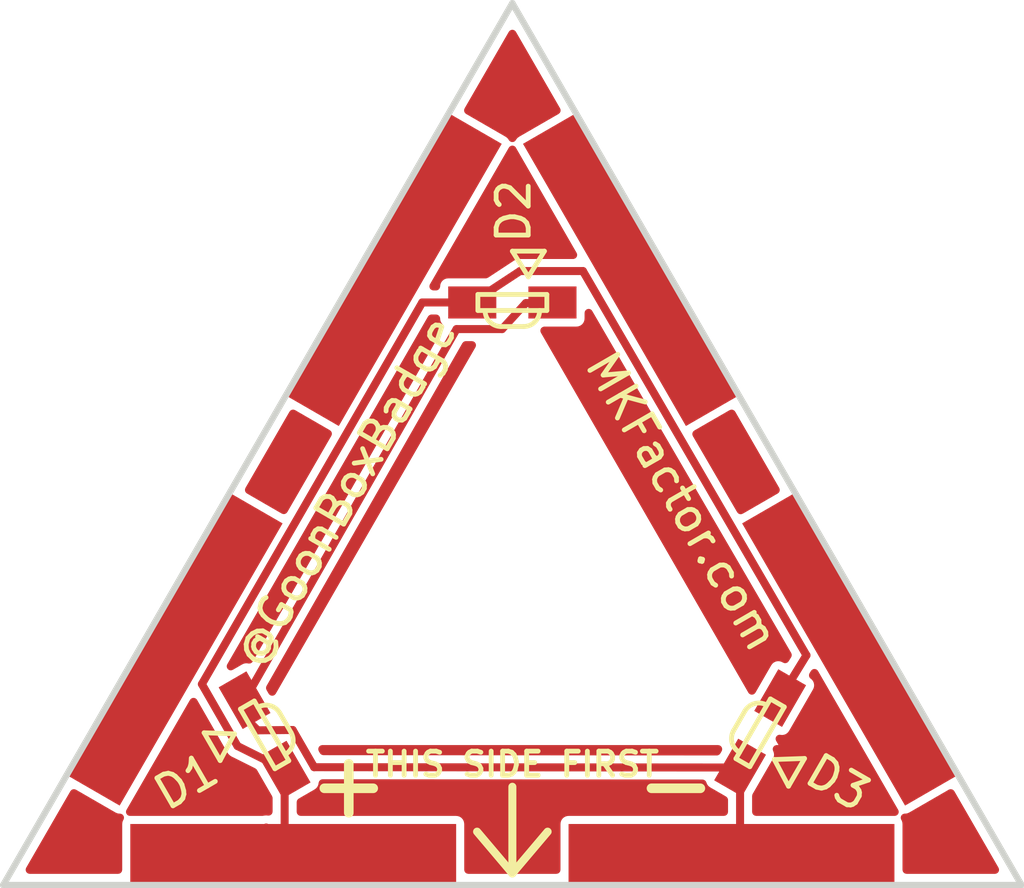
<source format=kicad_pcb>
(kicad_pcb (version 20171130) (host pcbnew "(5.1.2)-1")

  (general
    (thickness 1.6)
    (drawings 7)
    (tracks 27)
    (zones 0)
    (modules 8)
    (nets 3)
  )

  (page A4)
  (layers
    (0 F.Cu signal)
    (31 B.Cu signal)
    (32 B.Adhes user hide)
    (33 F.Adhes user hide)
    (34 B.Paste user hide)
    (35 F.Paste user hide)
    (36 B.SilkS user)
    (37 F.SilkS user)
    (38 B.Mask user hide)
    (39 F.Mask user)
    (40 Dwgs.User user)
    (41 Cmts.User user)
    (42 Eco1.User user)
    (43 Eco2.User user)
    (44 Edge.Cuts user)
    (45 Margin user)
    (46 B.CrtYd user)
    (47 F.CrtYd user)
    (48 B.Fab user)
    (49 F.Fab user)
  )

  (setup
    (last_trace_width 0.25)
    (trace_clearance 0.2)
    (zone_clearance 0.25)
    (zone_45_only no)
    (trace_min 0.2)
    (via_size 0.8)
    (via_drill 0.4)
    (via_min_size 0.4)
    (via_min_drill 0.3)
    (uvia_size 0.3)
    (uvia_drill 0.1)
    (uvias_allowed no)
    (uvia_min_size 0.2)
    (uvia_min_drill 0.1)
    (edge_width 0.05)
    (segment_width 0.2)
    (pcb_text_width 0.3)
    (pcb_text_size 1.5 1.5)
    (mod_edge_width 0.12)
    (mod_text_size 1 1)
    (mod_text_width 0.15)
    (pad_size 1.524 1.524)
    (pad_drill 0.762)
    (pad_to_mask_clearance 0.051)
    (solder_mask_min_width 0.25)
    (aux_axis_origin 0 0)
    (visible_elements 7FFFFFFF)
    (pcbplotparams
      (layerselection 0x010fc_ffffffff)
      (usegerberextensions true)
      (usegerberattributes false)
      (usegerberadvancedattributes false)
      (creategerberjobfile false)
      (excludeedgelayer true)
      (linewidth 0.100000)
      (plotframeref false)
      (viasonmask false)
      (mode 1)
      (useauxorigin false)
      (hpglpennumber 1)
      (hpglpenspeed 20)
      (hpglpendiameter 15.000000)
      (psnegative false)
      (psa4output false)
      (plotreference true)
      (plotvalue true)
      (plotinvisibletext false)
      (padsonsilk false)
      (subtractmaskfromsilk false)
      (outputformat 1)
      (mirror false)
      (drillshape 0)
      (scaleselection 1)
      (outputdirectory ""))
  )

  (net 0 "")
  (net 1 "Net-(BT1-Pad2)")
  (net 2 "Net-(BT1-Pad1)")

  (net_class Default "This is the default net class."
    (clearance 0.2)
    (trace_width 0.25)
    (via_dia 0.8)
    (via_drill 0.4)
    (uvia_dia 0.3)
    (uvia_drill 0.1)
    (add_net "Net-(BT1-Pad1)")
    (add_net "Net-(BT1-Pad2)")
  )

  (module libraries:LTST-S220-LED-RA (layer F.Cu) (tedit 5CFF1574) (tstamp 5CC39150)
    (at 7.725 4.417468 330)
    (path /5CBD307E)
    (fp_text reference D3 (at 2.876378 0.132032 330) (layer F.SilkS)
      (effects (font (size 1 1) (thickness 0.15)))
    )
    (fp_text value LED (at 0.1 -3.3 330) (layer F.Fab)
      (effects (font (size 1 1) (thickness 0.15)))
    )
    (fp_line (start 1.6 1) (end 0.8 0.5) (layer F.SilkS) (width 0.15))
    (fp_line (start 1.6 0) (end 1.6 1) (layer F.SilkS) (width 0.15))
    (fp_line (start 0.8 0.5) (end 1.6 0) (layer F.SilkS) (width 0.15))
    (fp_line (start -0.750624 -0.350001) (end -0.75 0.35) (layer F.SilkS) (width 0.15))
    (fp_arc (start -0.25 -0.35) (end -0.274999 -0.849999) (angle -87.13759477) (layer F.SilkS) (width 0.15))
    (fp_arc (start -0.25 0.35) (end -0.25 0.85) (angle 90) (layer F.SilkS) (width 0.15))
    (fp_line (start -0.25 -1.075) (end 0.25 -1.075) (layer F.SilkS) (width 0.15))
    (fp_line (start -0.25 1.075) (end -0.25 -1.075) (layer F.SilkS) (width 0.15))
    (fp_line (start 0.25 1.075) (end -0.25 1.075) (layer F.SilkS) (width 0.15))
    (fp_line (start 0.25 -1.075) (end 0.25 1.075) (layer F.SilkS) (width 0.15))
    (pad 1 smd rect (at 0 1.25 330) (size 1 1.5) (layers F.Cu F.Paste F.Mask)
      (net 1 "Net-(BT1-Pad2)"))
    (pad 2 smd rect (at 0 -1.25 330) (size 1 1.5) (layers F.Cu F.Paste F.Mask)
      (net 2 "Net-(BT1-Pad1)"))
  )

  (module libraries:LTST-S220-LED-RA (layer F.Cu) (tedit 5CFF1574) (tstamp 5CFF1D24)
    (at 0 -9 90)
    (path /5CBD297B)
    (fp_text reference D2 (at 2.84 0.04 90) (layer F.SilkS)
      (effects (font (size 1 1) (thickness 0.15)))
    )
    (fp_text value LED (at 0.1 -3.3 90) (layer F.Fab)
      (effects (font (size 1 1) (thickness 0.15)))
    )
    (fp_line (start 1.6 1) (end 0.8 0.5) (layer F.SilkS) (width 0.15))
    (fp_line (start 1.6 0) (end 1.6 1) (layer F.SilkS) (width 0.15))
    (fp_line (start 0.8 0.5) (end 1.6 0) (layer F.SilkS) (width 0.15))
    (fp_line (start -0.750624 -0.350001) (end -0.75 0.35) (layer F.SilkS) (width 0.15))
    (fp_arc (start -0.25 -0.35) (end -0.274999 -0.849999) (angle -87.13759477) (layer F.SilkS) (width 0.15))
    (fp_arc (start -0.25 0.35) (end -0.25 0.85) (angle 90) (layer F.SilkS) (width 0.15))
    (fp_line (start -0.25 -1.075) (end 0.25 -1.075) (layer F.SilkS) (width 0.15))
    (fp_line (start -0.25 1.075) (end -0.25 -1.075) (layer F.SilkS) (width 0.15))
    (fp_line (start 0.25 1.075) (end -0.25 1.075) (layer F.SilkS) (width 0.15))
    (fp_line (start 0.25 -1.075) (end 0.25 1.075) (layer F.SilkS) (width 0.15))
    (pad 1 smd rect (at 0 1.25 90) (size 1 1.5) (layers F.Cu F.Paste F.Mask)
      (net 1 "Net-(BT1-Pad2)"))
    (pad 2 smd rect (at 0 -1.25 90) (size 1 1.5) (layers F.Cu F.Paste F.Mask)
      (net 2 "Net-(BT1-Pad1)"))
  )

  (module libraries:LTST-S220-LED-RA (layer F.Cu) (tedit 5CFF1574) (tstamp 5CFF249A)
    (at -7.725 4.482532 210)
    (path /5CBD03EA)
    (fp_text reference D1 (at 2.841166 -0.031044 210) (layer F.SilkS)
      (effects (font (size 1 1) (thickness 0.15)))
    )
    (fp_text value LED (at 0.1 -3.3 210) (layer F.Fab)
      (effects (font (size 1 1) (thickness 0.15)))
    )
    (fp_line (start 1.6 1) (end 0.8 0.5) (layer F.SilkS) (width 0.15))
    (fp_line (start 1.6 0) (end 1.6 1) (layer F.SilkS) (width 0.15))
    (fp_line (start 0.8 0.5) (end 1.6 0) (layer F.SilkS) (width 0.15))
    (fp_line (start -0.750624 -0.350001) (end -0.75 0.35) (layer F.SilkS) (width 0.15))
    (fp_arc (start -0.25 -0.35) (end -0.274999 -0.849999) (angle -87.13759477) (layer F.SilkS) (width 0.15))
    (fp_arc (start -0.25 0.35) (end -0.25 0.85) (angle 90) (layer F.SilkS) (width 0.15))
    (fp_line (start -0.25 -1.075) (end 0.25 -1.075) (layer F.SilkS) (width 0.15))
    (fp_line (start -0.25 1.075) (end -0.25 -1.075) (layer F.SilkS) (width 0.15))
    (fp_line (start 0.25 1.075) (end -0.25 1.075) (layer F.SilkS) (width 0.15))
    (fp_line (start 0.25 -1.075) (end 0.25 1.075) (layer F.SilkS) (width 0.15))
    (pad 1 smd rect (at 0 1.25 210) (size 1 1.5) (layers F.Cu F.Paste F.Mask)
      (net 1 "Net-(BT1-Pad2)"))
    (pad 2 smd rect (at 0 -1.25 210) (size 1 1.5) (layers F.Cu F.Paste F.Mask)
      (net 2 "Net-(BT1-Pad1)"))
  )

  (module FifthElementB2BConnector:BottomOutline (layer F.Cu) (tedit 5CC37C69) (tstamp 5CC391B2)
    (at 0 0)
    (fp_text reference REF** (at 0 0.5) (layer F.SilkS) hide
      (effects (font (size 1 1) (thickness 0.15)))
    )
    (fp_text value BottomOutline (at 0 -0.5) (layer F.Fab)
      (effects (font (size 1 1) (thickness 0.15)))
    )
    (fp_line (start -15.875 9.165435) (end 0 -18.330871) (layer Edge.Cuts) (width 0.2))
    (fp_line (start 15.874999 9.165435) (end -15.875 9.165435) (layer Edge.Cuts) (width 0.2))
    (fp_line (start 0 -18.330871) (end 15.874999 9.165435) (layer Edge.Cuts) (width 0.2))
  )

  (module FifthElementFireSAOTopSoldermask (layer B.Cu) (tedit 0) (tstamp 5CC3A2FB)
    (at 0 -4.6 180)
    (fp_text reference G*** (at 0 0 180) (layer B.SilkS) hide
      (effects (font (size 1.524 1.524) (thickness 0.3)) (justify mirror))
    )
    (fp_text value LOGO (at 0.75 0 180) (layer B.SilkS) hide
      (effects (font (size 1.524 1.524) (thickness 0.3)) (justify mirror))
    )
    (fp_poly (pts (xy 0.004307 13.729538) (xy 0.016926 13.707871) (xy 0.03769 13.672099) (xy 0.066439 13.622496)
      (xy 0.103015 13.55934) (xy 0.147257 13.482907) (xy 0.199006 13.393473) (xy 0.258101 13.291316)
      (xy 0.324384 13.176711) (xy 0.397694 13.049935) (xy 0.477872 12.911264) (xy 0.564758 12.760976)
      (xy 0.658193 12.599345) (xy 0.758017 12.42665) (xy 0.864069 12.243166) (xy 0.976191 12.04917)
      (xy 1.094223 11.844938) (xy 1.218005 11.630747) (xy 1.347377 11.406874) (xy 1.48218 11.173594)
      (xy 1.622253 10.931184) (xy 1.767438 10.679921) (xy 1.917575 10.420081) (xy 2.072504 10.151941)
      (xy 2.232065 9.875777) (xy 2.396098 9.591866) (xy 2.564445 9.300483) (xy 2.736945 9.001907)
      (xy 2.913438 8.696412) (xy 3.093765 8.384276) (xy 3.277766 8.065775) (xy 3.465282 7.741185)
      (xy 3.656152 7.410784) (xy 3.850218 7.074847) (xy 4.047319 6.73365) (xy 4.247295 6.387472)
      (xy 4.449988 6.036587) (xy 4.655237 5.681272) (xy 4.862883 5.321804) (xy 5.072766 4.95846)
      (xy 5.284726 4.591515) (xy 5.498603 4.221247) (xy 5.714239 3.847931) (xy 5.931473 3.471845)
      (xy 6.150146 3.093264) (xy 6.370097 2.712466) (xy 6.591168 2.329726) (xy 6.813198 1.945321)
      (xy 7.036028 1.559528) (xy 7.259498 1.172624) (xy 7.483449 0.784883) (xy 7.70772 0.396584)
      (xy 7.932152 0.008002) (xy 8.156586 -0.380586) (xy 8.380862 -0.768903) (xy 8.60482 -1.156673)
      (xy 8.8283 -1.54362) (xy 9.051143 -1.929467) (xy 9.273188 -2.313937) (xy 9.494277 -2.696755)
      (xy 9.71425 -3.077643) (xy 9.932947 -3.456326) (xy 10.150208 -3.832526) (xy 10.365873 -4.205967)
      (xy 10.579783 -4.576373) (xy 10.791779 -4.943468) (xy 11.0017 -5.306974) (xy 11.209387 -5.666615)
      (xy 11.41468 -6.022115) (xy 11.61742 -6.373198) (xy 11.817446 -6.719586) (xy 12.014599 -7.061004)
      (xy 12.20872 -7.397175) (xy 12.399649 -7.727822) (xy 12.587226 -8.052669) (xy 12.771291 -8.37144)
      (xy 12.951684 -8.683857) (xy 13.128247 -8.989645) (xy 13.300819 -9.288527) (xy 13.469241 -9.580227)
      (xy 13.633352 -9.864468) (xy 13.792994 -10.140973) (xy 13.948006 -10.409466) (xy 14.09823 -10.669671)
      (xy 14.243504 -10.921312) (xy 14.38367 -11.164111) (xy 14.518568 -11.397792) (xy 14.648038 -11.622079)
      (xy 14.771921 -11.836695) (xy 14.890056 -12.041364) (xy 15.002284 -12.235809) (xy 15.108446 -12.419754)
      (xy 15.208382 -12.592922) (xy 15.301931 -12.755038) (xy 15.388935 -12.905823) (xy 15.469234 -13.045003)
      (xy 15.542668 -13.1723) (xy 15.609077 -13.287438) (xy 15.668301 -13.39014) (xy 15.720182 -13.48013)
      (xy 15.764558 -13.557132) (xy 15.801272 -13.620869) (xy 15.830162 -13.671065) (xy 15.851069 -13.707442)
      (xy 15.863834 -13.729726) (xy 15.868297 -13.737638) (xy 15.868299 -13.737643) (xy 15.859972 -13.737926)
      (xy 15.834906 -13.738206) (xy 15.79329 -13.738482) (xy 15.735312 -13.738753) (xy 15.661162 -13.739021)
      (xy 15.571027 -13.739284) (xy 15.465097 -13.739543) (xy 15.34356 -13.739797) (xy 15.206605 -13.740047)
      (xy 15.054421 -13.740292) (xy 14.887197 -13.740533) (xy 14.70512 -13.740769) (xy 14.508381 -13.741)
      (xy 14.297167 -13.741225) (xy 14.071668 -13.741446) (xy 13.832071 -13.741662) (xy 13.578567 -13.741872)
      (xy 13.311342 -13.742077) (xy 13.030587 -13.742276) (xy 12.73649 -13.74247) (xy 12.42924 -13.742659)
      (xy 12.109024 -13.742841) (xy 11.776033 -13.743018) (xy 11.430455 -13.743189) (xy 11.072478 -13.743354)
      (xy 10.702291 -13.743513) (xy 10.320084 -13.743665) (xy 9.926043 -13.743812) (xy 9.52036 -13.743952)
      (xy 9.103221 -13.744085) (xy 8.674816 -13.744213) (xy 8.235333 -13.744333) (xy 7.784962 -13.744447)
      (xy 7.323891 -13.744554) (xy 6.852308 -13.744654) (xy 6.370403 -13.744747) (xy 5.878363 -13.744833)
      (xy 5.376379 -13.744911) (xy 4.864638 -13.744983) (xy 4.343329 -13.745047) (xy 3.812641 -13.745104)
      (xy 3.272763 -13.745153) (xy 2.723883 -13.745194) (xy 2.16619 -13.745228) (xy 1.599873 -13.745254)
      (xy 1.025121 -13.745272) (xy 0.442121 -13.745282) (xy 0.000705 -13.745284) (xy -0.51784 -13.745283)
      (xy -1.032361 -13.745277) (xy -1.542598 -13.745267) (xy -2.048287 -13.745254) (xy -2.549168 -13.745237)
      (xy -3.044979 -13.745216) (xy -3.535458 -13.745192) (xy -4.020344 -13.745164) (xy -4.499375 -13.745133)
      (xy -4.972288 -13.745099) (xy -5.438823 -13.745061) (xy -5.898718 -13.74502) (xy -6.351711 -13.744976)
      (xy -6.79754 -13.744928) (xy -7.235945 -13.744878) (xy -7.666662 -13.744824) (xy -8.08943 -13.744768)
      (xy -8.503988 -13.744709) (xy -8.910074 -13.744647) (xy -9.307427 -13.744582) (xy -9.695784 -13.744514)
      (xy -10.074884 -13.744444) (xy -10.444465 -13.744371) (xy -10.804266 -13.744296) (xy -11.154025 -13.744218)
      (xy -11.49348 -13.744138) (xy -11.822369 -13.744055) (xy -12.140432 -13.74397) (xy -12.447405 -13.743883)
      (xy -12.743028 -13.743794) (xy -13.027039 -13.743703) (xy -13.299176 -13.743609) (xy -13.559177 -13.743514)
      (xy -13.806781 -13.743417) (xy -14.041726 -13.743318) (xy -14.263751 -13.743217) (xy -14.472593 -13.743114)
      (xy -14.667991 -13.74301) (xy -14.849683 -13.742904) (xy -15.017408 -13.742796) (xy -15.170905 -13.742687)
      (xy -15.30991 -13.742577) (xy -15.434163 -13.742465) (xy -15.543402 -13.742352) (xy -15.637365 -13.742237)
      (xy -15.71579 -13.742122) (xy -15.778417 -13.742005) (xy -15.824982 -13.741887) (xy -15.855226 -13.741769)
      (xy -15.868885 -13.741649) (xy -15.86971 -13.741611) (xy -15.865517 -13.734023) (xy -15.853104 -13.712216)
      (xy -15.832724 -13.676628) (xy -15.80463 -13.627695) (xy -15.769073 -13.565854) (xy -15.726308 -13.491543)
      (xy -15.676584 -13.405198) (xy -15.620156 -13.307255) (xy -15.557275 -13.198153) (xy -15.488194 -13.078327)
      (xy -15.413166 -12.948215) (xy -15.332442 -12.808254) (xy -15.246274 -12.65888) (xy -15.154917 -12.50053)
      (xy -15.058621 -12.333642) (xy -14.957639 -12.158652) (xy -14.852224 -11.975997) (xy -14.742627 -11.786114)
      (xy -14.629102 -11.589439) (xy -14.511901 -11.386411) (xy -14.391275 -11.177465) (xy -14.267478 -10.963039)
      (xy -14.140762 -10.74357) (xy -14.011379 -10.519494) (xy -13.879582 -10.291248) (xy -13.745622 -10.059269)
      (xy -13.609753 -9.823995) (xy -13.472227 -9.585861) (xy -13.344811 -9.365244) (xy -8.243786 -9.365244)
      (xy -8.239554 -9.369476) (xy -8.235322 -9.365244) (xy -8.239554 -9.361013) (xy -8.243786 -9.365244)
      (xy -13.344811 -9.365244) (xy -13.333295 -9.345306) (xy -13.329841 -9.339324) (xy -8.202978 -9.339324)
      (xy -8.195346 -9.335263) (xy -8.179608 -9.32448) (xy -8.17614 -9.322028) (xy -8.166271 -9.314461)
      (xy -4.108987 -9.314461) (xy -4.108624 -9.365678) (xy -4.107459 -9.403651) (xy -4.105084 -9.432059)
      (xy -4.101092 -9.454581) (xy -4.095075 -9.474896) (xy -4.089617 -9.489333) (xy -4.07327 -9.525131)
      (xy -4.053677 -9.556379) (xy -4.02806 -9.586283) (xy -3.993639 -9.618047) (xy -3.947635 -9.654875)
      (xy -3.942906 -9.65849) (xy -3.918435 -9.677224) (xy -3.895874 -9.694741) (xy -3.873877 -9.712199)
      (xy -3.851098 -9.730753) (xy -3.826191 -9.751562) (xy -3.797811 -9.77578) (xy -3.764611 -9.804565)
      (xy -3.725246 -9.839073) (xy -3.67837 -9.880461) (xy -3.622637 -9.929886) (xy -3.556701 -9.988504)
      (xy -3.495679 -10.042814) (xy -3.433798 -10.097821) (xy -3.371588 -10.152969) (xy -3.311134 -10.206419)
      (xy -3.25452 -10.256335) (xy -3.203832 -10.300877) (xy -3.161156 -10.338209) (xy -3.128576 -10.366491)
      (xy -3.123159 -10.371155) (xy -3.017361 -10.462045) (xy -2.952662 -10.456432) (xy -2.887962 -10.450819)
      (xy -2.883278 -10.475109) (xy -2.88042 -10.494869) (xy -2.877005 -10.525692) (xy -2.873661 -10.561756)
      (xy -2.872876 -10.571342) (xy -2.868115 -10.619178) (xy -2.861007 -10.654982) (xy -2.849108 -10.683312)
      (xy -2.829975 -10.708726) (xy -2.801167 -10.735783) (xy -2.77191 -10.759761) (xy -2.729591 -10.793566)
      (xy -2.722411 -10.752281) (xy -2.720135 -10.731072) (xy -2.718023 -10.696296) (xy -2.716209 -10.651316)
      (xy -2.714824 -10.599491) (xy -2.714001 -10.544184) (xy -2.713947 -10.537487) (xy -2.713825 -10.515281)
      (xy 6.729344 -10.515281) (xy 6.733447 -10.621418) (xy 6.7525 -10.719781) (xy 6.78652 -10.810454)
      (xy 6.835522 -10.893523) (xy 6.897228 -10.966756) (xy 6.931884 -10.998218) (xy 6.979412 -11.035869)
      (xy 7.037584 -11.078248) (xy 7.104171 -11.123894) (xy 7.176945 -11.171343) (xy 7.253679 -11.219134)
      (xy 7.332144 -11.265805) (xy 7.410113 -11.309895) (xy 7.465423 -11.339602) (xy 7.511294 -11.364082)
      (xy 7.550447 -11.386296) (xy 7.586224 -11.40852) (xy 7.621968 -11.43303) (xy 7.661022 -11.462101)
      (xy 7.706729 -11.49801) (xy 7.753194 -11.535516) (xy 7.805322 -11.577564) (xy 7.846399 -11.609837)
      (xy 7.878221 -11.633581) (xy 7.902584 -11.650045) (xy 7.921282 -11.660476) (xy 7.936111 -11.666121)
      (xy 7.943318 -11.667646) (xy 7.962707 -11.66834) (xy 7.995404 -11.667092) (xy 8.037931 -11.664134)
      (xy 8.086811 -11.659703) (xy 8.129523 -11.655096) (xy 8.182415 -11.648989) (xy 8.233107 -11.643173)
      (xy 8.277722 -11.638089) (xy 8.312384 -11.634181) (xy 8.329851 -11.632251) (xy 8.377829 -11.627056)
      (xy 8.383416 -11.668393) (xy 8.386953 -11.693711) (xy 8.389681 -11.711712) (xy 8.39049 -11.71619)
      (xy 8.397762 -11.715063) (xy 8.41584 -11.706436) (xy 8.441316 -11.692003) (xy 8.451187 -11.685995)
      (xy 8.510396 -11.649339) (xy 8.552715 -11.681618) (xy 8.59843 -11.710797) (xy 8.649374 -11.731291)
      (xy 8.710676 -11.745074) (xy 8.722295 -11.746863) (xy 8.761125 -11.752245) (xy 8.785546 -11.754787)
      (xy 8.797829 -11.75453) (xy 8.800243 -11.751516) (xy 8.797744 -11.748243) (xy 8.789074 -11.741632)
      (xy 8.768182 -11.726583) (xy 8.736764 -11.704292) (xy 8.696517 -11.675953) (xy 8.649137 -11.642763)
      (xy 8.59632 -11.605917) (xy 8.559531 -11.580333) (xy 8.32936 -11.420461) (xy 8.053222 -11.389905)
      (xy 7.947487 -11.258897) (xy 7.913028 -11.216803) (xy 7.880159 -11.177757) (xy 7.851079 -11.144283)
      (xy 7.827982 -11.118908) (xy 7.813064 -11.104155) (xy 7.81254 -11.103715) (xy 7.798252 -11.095024)
      (xy 7.769866 -11.080553) (xy 7.728922 -11.061006) (xy 7.676958 -11.037085) (xy 7.615513 -11.009496)
      (xy 7.546127 -10.978942) (xy 7.470338 -10.946127) (xy 7.433387 -10.930312) (xy 7.341303 -10.890892)
      (xy 7.263395 -10.857085) (xy 7.198187 -10.828063) (xy 7.144199 -10.803001) (xy 7.099954 -10.781072)
      (xy 7.063973 -10.761449) (xy 7.034779 -10.743306) (xy 7.010893 -10.725816) (xy 6.990837 -10.708154)
      (xy 6.973133 -10.689492) (xy 6.956302 -10.669003) (xy 6.949 -10.659471) (xy 6.906 -10.592983)
      (xy 6.86566 -10.511476) (xy 6.828742 -10.416752) (xy 6.796007 -10.310613) (xy 6.786684 -10.275108)
      (xy 6.777079 -10.237021) (xy 6.765922 -10.27934) (xy 6.740174 -10.401283) (xy 6.729344 -10.515281)
      (xy -2.713825 -10.515281) (xy -2.71362 -10.47831) (xy -2.713786 -10.433242) (xy -2.714675 -10.399468)
      (xy -2.716517 -10.374173) (xy -2.719542 -10.35454) (xy -2.72398 -10.337754) (xy -2.73006 -10.320998)
      (xy -2.732021 -10.316096) (xy -2.744618 -10.289647) (xy -2.757492 -10.270012) (xy -2.765876 -10.262608)
      (xy -2.780204 -10.258514) (xy -2.806631 -10.252176) (xy -2.84065 -10.244648) (xy -2.860199 -10.24054)
      (xy -2.894844 -10.233105) (xy -2.922736 -10.226573) (xy -2.94006 -10.221867) (xy -2.943771 -10.22033)
      (xy -2.944393 -10.210934) (xy -2.943275 -10.188202) (xy -2.94065 -10.155609) (xy -2.937014 -10.11908)
      (xy -2.933222 -10.075938) (xy -2.931125 -10.034988) (xy -2.93091 -10.001467) (xy -2.932184 -9.983746)
      (xy -2.949672 -9.92285) (xy -2.98359 -9.861955) (xy -3.03345 -9.801529) (xy -3.09876 -9.742042)
      (xy -3.179032 -9.683963) (xy -3.273775 -9.627761) (xy -3.338728 -9.594471) (xy -3.381426 -9.574645)
      (xy -3.435959 -9.550698) (xy -3.498258 -9.524302) (xy -3.56425 -9.497128) (xy -3.629865 -9.470846)
      (xy -3.691032 -9.447127) (xy -3.74368 -9.427641) (xy -3.75515 -9.423586) (xy -3.798903 -9.408307)
      (xy -3.859729 -9.158252) (xy -3.876249 -9.090328) (xy -3.892631 -9.022961) (xy -3.908122 -8.959239)
      (xy -3.921971 -8.902254) (xy -3.933428 -8.855096) (xy -3.941741 -8.820856) (xy -3.942625 -8.81721)
      (xy -3.952018 -8.780684) (xy -3.960625 -8.751153) (xy -3.967409 -8.731947) (xy -3.970989 -8.726224)
      (xy -3.976007 -8.733927) (xy -3.984788 -8.755267) (xy -3.996488 -8.787594) (xy -4.010264 -8.828255)
      (xy -4.025275 -8.874598) (xy -4.040677 -8.923972) (xy -4.055628 -8.973725) (xy -4.069286 -9.021206)
      (xy -4.080807 -9.063762) (xy -4.089325 -9.098633) (xy -4.098017 -9.14134) (xy -4.103829 -9.18097)
      (xy -4.107252 -9.222932) (xy -4.10878 -9.272632) (xy -4.108987 -9.314461) (xy -8.166271 -9.314461)
      (xy -8.148617 -9.300927) (xy -8.114834 -9.272738) (xy -8.080532 -9.242311) (xy -8.067594 -9.230262)
      (xy -8.021266 -9.183621) (xy -7.977768 -9.1337) (xy -7.936201 -9.078935) (xy -7.895665 -9.017758)
      (xy -7.855262 -8.948602) (xy -7.814091 -8.869902) (xy -7.771255 -8.780091) (xy -7.725853 -8.677602)
      (xy -7.676987 -8.56087) (xy -7.661491 -8.522771) (xy -7.631105 -8.448237) (xy -7.605328 -8.386626)
      (xy -7.582789 -8.335024) (xy -7.562115 -8.290518) (xy -7.541935 -8.250196) (xy -7.520877 -8.211144)
      (xy -7.497568 -8.170449) (xy -7.487627 -8.153598) (xy -7.450443 -8.092988) (xy -7.411551 -8.033953)
      (xy -7.369959 -7.975401) (xy -7.324677 -7.916241) (xy -7.274711 -7.855381) (xy -7.219072 -7.791727)
      (xy -7.156767 -7.72419) (xy -7.086804 -7.651676) (xy -7.008193 -7.573094) (xy -6.91994 -7.487352)
      (xy -6.821056 -7.393358) (xy -6.710548 -7.29002) (xy -6.665279 -7.248054) (xy -6.608982 -7.195645)
      (xy -6.552271 -7.142252) (xy -6.497467 -7.090104) (xy -6.466435 -7.060237) (xy 1.658399 -7.060237)
      (xy 1.663145 -7.058183) (xy 1.684819 -7.041723) (xy 1.714455 -7.018248) (xy 1.747112 -6.991701)
      (xy 1.762457 -6.978984) (xy 1.820371 -6.933523) (xy 1.877503 -6.895262) (xy 1.936242 -6.863383)
      (xy 1.99898 -6.837067) (xy 2.068104 -6.815496) (xy 2.146005 -6.797852) (xy 2.235071 -6.783317)
      (xy 2.337693 -6.771072) (xy 2.382484 -6.766687) (xy 2.457448 -6.759147) (xy 2.517354 -6.751657)
      (xy 2.564061 -6.743719) (xy 2.59943 -6.734836) (xy 2.62532 -6.72451) (xy 2.643592 -6.712243)
      (xy 2.656106 -6.697537) (xy 2.658949 -6.692698) (xy 2.664866 -6.676676) (xy 2.672698 -6.648459)
      (xy 2.681281 -6.612496) (xy 2.687157 -6.584871) (xy 2.705097 -6.496001) (xy 2.738503 -6.496817)
      (xy 2.756665 -6.497328) (xy 2.788768 -6.498302) (xy 2.831833 -6.499644) (xy 2.882882 -6.501263)
      (xy 2.938938 -6.503064) (xy 2.962345 -6.503823) (xy 3.039283 -6.506027) (xy 3.101195 -6.506499)
      (xy 3.149964 -6.504331) (xy 3.187472 -6.498612) (xy 3.215602 -6.488433) (xy 3.236236 -6.472884)
      (xy 3.251257 -6.451057) (xy 3.262546 -6.42204) (xy 3.271987 -6.384926) (xy 3.279078 -6.350774)
      (xy 3.297426 -6.259013) (xy 3.4367 -6.25801) (xy 3.48815 -6.257012) (xy 3.537896 -6.254924)
      (xy 3.581612 -6.252007) (xy 3.614971 -6.24852) (xy 3.626757 -6.246574) (xy 3.672423 -6.233475)
      (xy 3.717932 -6.214022) (xy 3.75836 -6.190798) (xy 3.788781 -6.166386) (xy 3.796546 -6.157528)
      (xy 3.822794 -6.114706) (xy 3.846562 -6.059845) (xy 3.865876 -5.997827) (xy 3.87233 -5.970127)
      (xy 3.877903 -5.934709) (xy 3.883134 -5.884529) (xy 3.887918 -5.821753) (xy 3.892149 -5.748544)
      (xy 3.895721 -5.667068) (xy 3.898529 -5.579489) (xy 3.900467 -5.487972) (xy 3.901429 -5.394681)
      (xy 3.901502 -5.373025) (xy 3.901832 -5.206465) (xy 3.950499 -5.196664) (xy 3.996806 -5.18714)
      (xy 4.029451 -5.179707) (xy 4.051414 -5.173369) (xy 4.065677 -5.167131) (xy 4.07522 -5.159995)
      (xy 4.081529 -5.152886) (xy 4.111574 -5.105058) (xy 4.138325 -5.041446) (xy 4.161831 -4.961861)
      (xy 4.182144 -4.866115) (xy 4.199314 -4.75402) (xy 4.207951 -4.680506) (xy 4.211753 -4.632624)
      (xy 4.214708 -4.570351) (xy 4.216828 -4.496205) (xy 4.218125 -4.4127) (xy 4.218612 -4.322352)
      (xy 4.218301 -4.227677) (xy 4.217204 -4.131191) (xy 4.215334 -4.03541) (xy 4.212703 -3.942849)
      (xy 4.209323 -3.856025) (xy 4.205206 -3.777452) (xy 4.203396 -3.749483) (xy 4.195566 -3.639231)
      (xy 4.187079 -3.52682) (xy 4.177733 -3.409849) (xy 4.167327 -3.285912) (xy 4.155658 -3.152609)
      (xy 4.142524 -3.007535) (xy 4.127723 -2.848287) (xy 4.126112 -2.831156) (xy 4.114373 -2.705069)
      (xy 4.104428 -2.595218) (xy 4.09623 -2.501009) (xy 4.089731 -2.421852) (xy 4.084885 -2.357155)
      (xy 4.081644 -2.306324) (xy 4.07996 -2.268769) (xy 4.079677 -2.251382) (xy 4.080127 -2.237497)
      (xy 4.082467 -2.225176) (xy 4.088264 -2.212184) (xy 4.099083 -2.196289) (xy 4.116487 -2.175256)
      (xy 4.142043 -2.146852) (xy 4.177315 -2.108842) (xy 4.186228 -2.099296) (xy 4.230374 -2.051848)
      (xy 4.264351 -2.013944) (xy 4.28949 -1.982704) (xy 4.307121 -1.955253) (xy 4.318577 -1.928711)
      (xy 4.325188 -1.900201) (xy 4.328286 -1.866846) (xy 4.329201 -1.825767) (xy 4.329257 -1.790103)
      (xy 4.329257 -1.663145) (xy 4.430823 -1.657037) (xy 4.477257 -1.653356) (xy 4.523728 -1.648156)
      (xy 4.564129 -1.642198) (xy 4.587404 -1.637537) (xy 4.667863 -1.610137) (xy 4.74905 -1.567611)
      (xy 4.828775 -1.511508) (xy 4.904847 -1.443377) (xy 4.975076 -1.364766) (xy 4.977608 -1.361583)
      (xy 5.003281 -1.329169) (xy 4.967787 -1.341692) (xy 4.93557 -1.349912) (xy 4.90177 -1.354085)
      (xy 4.896217 -1.354215) (xy 4.842216 -1.359936) (xy 4.778989 -1.376154) (xy 4.70933 -1.401452)
      (xy 4.636037 -1.434411) (xy 4.561906 -1.473612) (xy 4.489735 -1.51764) (xy 4.422319 -1.565074)
      (xy 4.362455 -1.614498) (xy 4.338999 -1.636738) (xy 4.291543 -1.688947) (xy 4.258201 -1.737846)
      (xy 4.237331 -1.786309) (xy 4.227965 -1.83099) (xy 4.224731 -1.853779) (xy 4.219793 -1.871149)
      (xy 4.210693 -1.886986) (xy 4.194974 -1.905176) (xy 4.170179 -1.929602) (xy 4.158653 -1.940581)
      (xy 4.082447 -2.021227) (xy 4.015555 -2.109978) (xy 3.957592 -2.207852) (xy 3.908174 -2.315868)
      (xy 3.866915 -2.435046) (xy 3.833432 -2.566406) (xy 3.807339 -2.710965) (xy 3.788252 -2.869744)
      (xy 3.782531 -2.936954) (xy 3.779611 -2.9899) (xy 3.777662 -3.057284) (xy 3.776647 -3.136648)
      (xy 3.776533 -3.225532) (xy 3.777283 -3.321476) (xy 3.778863 -3.422022) (xy 3.781238 -3.524709)
      (xy 3.784372 -3.62708) (xy 3.78823 -3.726673) (xy 3.792777 -3.821031) (xy 3.795965 -3.876441)
      (xy 3.799458 -3.939667) (xy 3.802704 -4.011158) (xy 3.805665 -4.088795) (xy 3.808303 -4.170459)
      (xy 3.81058 -4.254031) (xy 3.812457 -4.337394) (xy 3.813897 -4.418428) (xy 3.81486 -4.495014)
      (xy 3.81531 -4.565034) (xy 3.815207 -4.62637) (xy 3.814513 -4.676902) (xy 3.81319 -4.714512)
      (xy 3.811466 -4.735298) (xy 3.804483 -4.785858) (xy 3.726689 -4.800264) (xy 3.667684 -4.813208)
      (xy 3.62272 -4.828662) (xy 3.588914 -4.848772) (xy 3.563384 -4.875683) (xy 3.543247 -4.911541)
      (xy 3.529437 -4.947078) (xy 3.514154 -5.002681) (xy 3.503847 -5.067009) (xy 3.498508 -5.141331)
      (xy 3.498125 -5.226916) (xy 3.50269 -5.32503) (xy 3.512193 -5.436942) (xy 3.524829 -5.549445)
      (xy 3.531767 -5.608334) (xy 3.538663 -5.671219) (xy 3.545234 -5.735068) (xy 3.551194 -5.796846)
      (xy 3.556261 -5.853518) (xy 3.56015 -5.902049) (xy 3.562577 -5.939407) (xy 3.563279 -5.960239)
      (xy 3.562073 -5.965992) (xy 3.556835 -5.970092) (xy 3.545133 -5.972815) (xy 3.524537 -5.974443)
      (xy 3.492615 -5.975253) (xy 3.446936 -5.975525) (xy 3.429973 -5.975544) (xy 3.336755 -5.977079)
      (xy 3.25666 -5.981514) (xy 3.190639 -5.988751) (xy 3.139645 -5.998692) (xy 3.110336 -6.008514)
      (xy 3.088973 -6.019809) (xy 3.071479 -6.03427) (xy 3.056833 -6.054129) (xy 3.044014 -6.081619)
      (xy 3.032001 -6.118971) (xy 3.019772 -6.168419) (xy 3.006307 -6.232194) (xy 3.004979 -6.238812)
      (xy 2.995481 -6.286321) (xy 2.84984 -6.292378) (xy 2.75987 -6.297251) (xy 2.685623 -6.303869)
      (xy 2.625962 -6.31248) (xy 2.579748 -6.323335) (xy 2.545843 -6.336683) (xy 2.52311 -6.352773)
      (xy 2.513 -6.366234) (xy 2.508702 -6.382379) (xy 2.506872 -6.411117) (xy 2.507464 -6.454001)
      (xy 2.50925 -6.492476) (xy 2.515227 -6.600542) (xy 2.478523 -6.605023) (xy 2.454307 -6.607389)
      (xy 2.418781 -6.610135) (xy 2.377543 -6.612851) (xy 2.351247 -6.614356) (xy 2.243583 -6.626656)
      (xy 2.146299 -6.651709) (xy 2.05817 -6.68994) (xy 1.977972 -6.741777) (xy 1.971683 -6.746666)
      (xy 1.954226 -6.761525) (xy 1.929916 -6.783766) (xy 1.900336 -6.811788) (xy 1.867071 -6.843993)
      (xy 1.831705 -6.87878) (xy 1.795822 -6.914551) (xy 1.761007 -6.949704) (xy 1.728844 -6.982642)
      (xy 1.700918 -7.011763) (xy 1.678812 -7.035469) (xy 1.664111 -7.052161) (xy 1.658399 -7.060237)
      (xy -6.466435 -7.060237) (xy -6.446892 -7.041428) (xy -6.402866 -6.998453) (xy -6.367711 -6.963407)
      (xy -6.352669 -6.947976) (xy -6.241461 -6.826776) (xy -6.145103 -6.710023) (xy -6.062689 -6.595974)
      (xy -5.993311 -6.48289) (xy -5.936063 -6.36903) (xy -5.890039 -6.252654) (xy -5.854331 -6.13202)
      (xy -5.828033 -6.005388) (xy -5.815214 -5.916227) (xy -5.80922 -5.855883) (xy -5.803874 -5.780829)
      (xy -5.799198 -5.693271) (xy -5.795217 -5.595415) (xy -5.791953 -5.489468) (xy -5.789432 -5.377635)
      (xy -5.787676 -5.262122) (xy -5.786708 -5.145137) (xy -5.786554 -5.028885) (xy -5.787236 -4.915572)
      (xy -5.788778 -4.807404) (xy -5.791203 -4.706588) (xy -5.794536 -4.615329) (xy -5.798799 -4.535835)
      (xy -5.800201 -4.515461) (xy -5.811524 -4.358982) (xy -5.821535 -4.217853) (xy -5.8303 -4.090555)
      (xy -5.837887 -3.975567) (xy -5.844365 -3.871369) (xy -5.8498 -3.776441) (xy -5.85426 -3.689262)
      (xy -5.857813 -3.608311) (xy -5.860526 -3.532069) (xy -5.862467 -3.459014) (xy -5.863703 -3.387627)
      (xy -5.864301 -3.316388) (xy -5.864331 -3.243775) (xy -5.863858 -3.168269) (xy -5.8631 -3.099778)
      (xy -5.860962 -2.975636) (xy -5.857781 -2.865965) (xy -5.85331 -2.768327) (xy -5.847306 -2.680285)
      (xy -5.839523 -2.599402) (xy -5.829716 -2.523239) (xy -5.817641 -2.449359) (xy -5.803053 -2.375324)
      (xy -5.785706 -2.298697) (xy -5.780445 -2.276949) (xy -5.746204 -2.153846) (xy -5.705844 -2.041949)
      (xy -5.657484 -1.937638) (xy -5.599244 -1.837296) (xy -5.529241 -1.737302) (xy -5.447239 -1.635956)
      (xy -5.398644 -1.580748) (xy -5.348998 -1.527614) (xy -5.296978 -1.475455) (xy -5.241262 -1.423172)
      (xy -5.180526 -1.369666) (xy -5.113448 -1.313837) (xy -5.038706 -1.254586) (xy -4.954976 -1.190814)
      (xy -4.860937 -1.121421) (xy -4.755265 -1.045309) (xy -4.636638 -0.961378) (xy -4.629724 -0.956521)
      (xy -4.538034 -0.891933) (xy -4.45866 -0.835514) (xy -4.38988 -0.785975) (xy -4.329971 -0.742025)
      (xy -4.27721 -0.702377) (xy -4.229876 -0.665738) (xy -4.186246 -0.630821) (xy -4.144597 -0.596335)
      (xy -4.114593 -0.57081) (xy -3.993613 -0.458207) (xy -3.889064 -0.342484) (xy -3.801008 -0.22373)
      (xy -3.729509 -0.102034) (xy -3.674633 0.022516) (xy -3.661401 0.060485) (xy -3.637264 0.146439)
      (xy -3.615984 0.247108) (xy -3.597662 0.360504) (xy -3.582404 0.484639) (xy -3.570313 0.617527)
      (xy -3.561492 0.757179) (xy -3.556047 0.901607) (xy -3.554081 1.048825) (xy -3.555697 1.196843)
      (xy -3.561 1.343676) (xy -3.570093 1.487334) (xy -3.580716 1.603899) (xy -3.615411 1.865353)
      (xy -3.664702 2.130688) (xy -3.727831 2.396655) (xy -3.804038 2.660006) (xy -3.877927 2.877708)
      (xy -3.936519 3.026117) (xy -3.999756 3.160422) (xy -4.069249 3.283168) (xy -4.146607 3.396905)
      (xy -4.23344 3.50418) (xy -4.331358 3.607541) (xy -4.351262 3.626865) (xy -4.449258 3.715857)
      (xy -4.552248 3.799278) (xy -4.66247 3.878625) (xy -4.782165 3.955396) (xy -4.91357 4.031089)
      (xy -5.058924 4.107201) (xy -5.09928 4.127245) (xy -5.168886 4.161239) (xy -5.223701 4.187474)
      (xy -5.263948 4.206014) (xy -5.289848 4.216922) (xy -5.301622 4.220263) (xy -5.299492 4.216101)
      (xy -5.28368 4.2045) (xy -5.254406 4.185524) (xy -5.213729 4.160358) (xy -5.062323 4.062784)
      (xy -4.914825 3.95765) (xy -4.773455 3.84684) (xy -4.640427 3.73224) (xy -4.51796 3.615736)
      (xy -4.408271 3.499213) (xy -4.337492 3.415162) (xy -4.269746 3.323843) (xy -4.201778 3.220242)
      (xy -4.136071 3.108786) (xy -4.075114 2.993901) (xy -4.02139 2.880016) (xy -3.979889 2.778318)
      (xy -3.918232 2.591642) (xy -3.867743 2.392533) (xy -3.828495 2.181337) (xy -3.800556 1.958401)
      (xy -3.791032 1.845197) (xy -3.788105 1.789506) (xy -3.786097 1.7198) (xy -3.784967 1.638964)
      (xy -3.784677 1.549882) (xy -3.785184 1.455439) (xy -3.786449 1.358521) (xy -3.788433 1.262013)
      (xy -3.791093 1.1688) (xy -3.794391 1.081766) (xy -3.798287 1.003796) (xy -3.802739 0.937776)
      (xy -3.803871 0.9242) (xy -3.814072 0.809658) (xy -3.823446 0.710305) (xy -3.83225 0.624436)
      (xy -3.840739 0.550347) (xy -3.84917 0.486333) (xy -3.857798 0.430689) (xy -3.86688 0.381712)
      (xy -3.876673 0.337697) (xy -3.887431 0.296938) (xy -3.899411 0.257733) (xy -3.907729 0.232983)
      (xy -3.957799 0.109881) (xy -4.021625 -0.009513) (xy -4.099733 -0.12584) (xy -4.192648 -0.239743)
      (xy -4.300896 -0.351864) (xy -4.425002 -0.462845) (xy -4.565492 -0.57333) (xy -4.570477 -0.577021)
      (xy -4.607194 -0.603982) (xy -4.642326 -0.629319) (xy -4.677669 -0.654228) (xy -4.715019 -0.679905)
      (xy -4.756171 -0.707545) (xy -4.802923 -0.738344) (xy -4.857069 -0.773498) (xy -4.920406 -0.814201)
      (xy -4.99473 -0.86165) (xy -5.069844 -0.909422) (xy -5.179325 -0.979402) (xy -5.275643 -1.041988)
      (xy -5.360277 -1.098271) (xy -5.434711 -1.149345) (xy -5.500424 -1.196302) (xy -5.5589 -1.240236)
      (xy -5.611618 -1.282239) (xy -5.660061 -1.323404) (xy -5.705711 -1.364824) (xy -5.750047 -1.407592)
      (xy -5.763879 -1.421418) (xy -5.858857 -1.527038) (xy -5.941123 -1.640262) (xy -6.011841 -1.763026)
      (xy -6.072176 -1.897266) (xy -6.105984 -1.990412) (xy -6.139335 -2.100409) (xy -6.166798 -2.213425)
      (xy -6.188722 -2.331886) (xy -6.205456 -2.458217) (xy -6.217348 -2.594841) (xy -6.224748 -2.744186)
      (xy -6.227006 -2.831363) (xy -6.228182 -2.923831) (xy -6.228114 -3.013782) (xy -6.226681 -3.103161)
      (xy -6.223762 -3.193912) (xy -6.219236 -3.28798) (xy -6.212982 -3.38731) (xy -6.204877 -3.493845)
      (xy -6.194802 -3.60953) (xy -6.182635 -3.73631) (xy -6.168255 -3.876129) (xy -6.15317 -4.016094)
      (xy -6.139409 -4.141717) (xy -6.127286 -4.253204) (xy -6.116672 -4.35255) (xy -6.107435 -4.441752)
      (xy -6.099446 -4.522808) (xy -6.092575 -4.597713) (xy -6.086692 -4.668465) (xy -6.081666 -4.737061)
      (xy -6.077369 -4.805496) (xy -6.073669 -4.875768) (xy -6.070436 -4.949873) (xy -6.067542 -5.029808)
      (xy -6.064855 -5.117571) (xy -6.062245 -5.215156) (xy -6.059583 -5.324562) (xy -6.056738 -5.447785)
      (xy -6.05503 -5.522979) (xy -6.040625 -6.158087) (xy -6.064887 -6.212782) (xy -6.082946 -6.25095)
      (xy -6.10417 -6.292234) (xy -6.118578 -6.31826) (xy -6.128347 -6.332037) (xy -6.148361 -6.357625)
      (xy -6.177789 -6.394033) (xy -6.2158 -6.440269) (xy -6.261566 -6.495343) (xy -6.314255 -6.558264)
      (xy -6.373038 -6.62804) (xy -6.437083 -6.70368) (xy -6.505561 -6.784194) (xy -6.577642 -6.868589)
      (xy -6.652494 -6.955875) (xy -6.660977 -6.965744) (xy -6.755221 -7.075381) (xy -6.839108 -7.173005)
      (xy -6.913321 -7.259433) (xy -6.978542 -7.335484) (xy -7.035455 -7.401977) (xy -7.084743 -7.459729)
      (xy -7.12709 -7.50956) (xy -7.163177 -7.552287) (xy -7.193688 -7.588728) (xy -7.219306 -7.619702)
      (xy -7.240715 -7.646028) (xy -7.258597 -7.668522) (xy -7.273635 -7.688005) (xy -7.286513 -7.705294)
      (xy -7.297913 -7.721207) (xy -7.308519 -7.736563) (xy -7.319013 -7.75218) (xy -7.325097 -7.761346)
      (xy -7.355692 -7.811103) (xy -7.391083 -7.874876) (xy -7.430344 -7.950748) (xy -7.472546 -8.036805)
      (xy -7.516763 -8.131133) (xy -7.562065 -8.231814) (xy -7.607526 -8.336935) (xy -7.630582 -8.391902)
      (xy -7.685496 -8.522132) (xy -7.736298 -8.637835) (xy -7.78393 -8.740639) (xy -7.829334 -8.83217)
      (xy -7.873453 -8.914058) (xy -7.917231 -8.98793) (xy -7.961609 -9.055414) (xy -8.007531 -9.118137)
      (xy -8.055939 -9.177728) (xy -8.107776 -9.235814) (xy -8.137375 -9.266971) (xy -8.1697 -9.300487)
      (xy -8.190908 -9.323006) (xy -8.201749 -9.335595) (xy -8.202978 -9.339324) (xy -13.329841 -9.339324)
      (xy -13.193212 -9.102765) (xy -13.052228 -8.858676) (xy -12.910596 -8.613476) (xy -12.768569 -8.367601)
      (xy -12.626399 -8.121488) (xy -12.484338 -7.875575) (xy -12.34264 -7.630298) (xy -12.201555 -7.386094)
      (xy -12.061337 -7.143401) (xy -11.922238 -6.902654) (xy -11.78451 -6.664291) (xy -11.648405 -6.428748)
      (xy -11.514177 -6.196464) (xy -11.382078 -5.967874) (xy -11.252359 -5.743415) (xy -11.125273 -5.523525)
      (xy -11.001073 -5.308639) (xy -10.880011 -5.099196) (xy -10.76234 -4.895633) (xy -10.648311 -4.698385)
      (xy -10.538177 -4.507889) (xy -10.432191 -4.324584) (xy -10.330604 -4.148905) (xy -10.23367 -3.98129)
      (xy -10.141641 -3.822175) (xy -10.054768 -3.671998) (xy -9.973305 -3.531195) (xy -9.897504 -3.400203)
      (xy -9.827617 -3.279459) (xy -9.763897 -3.1694) (xy -9.706596 -3.070463) (xy -9.655966 -2.983084)
      (xy -9.612259 -2.907702) (xy -9.575729 -2.844751) (xy -9.546627 -2.794671) (xy -9.525206 -2.757896)
      (xy -9.511719 -2.734865) (xy -9.506417 -2.726015) (xy -9.506347 -2.725927) (xy -9.50173 -2.718384)
      (xy -9.488913 -2.696627) (xy -9.468155 -2.661104) (xy -9.439717 -2.612265) (xy -9.403857 -2.550558)
      (xy -9.360833 -2.476432) (xy -9.310906 -2.390335) (xy -9.254334 -2.292716) (xy -9.191377 -2.184024)
      (xy -9.122293 -2.064708) (xy -9.047341 -1.935216) (xy -8.966781 -1.795998) (xy -8.880873 -1.647501)
      (xy -8.789874 -1.490175) (xy -8.694044 -1.324469) (xy -8.593642 -1.15083) (xy -8.488927 -0.969708)
      (xy -8.380159 -0.781552) (xy -8.267596 -0.58681) (xy -8.151498 -0.385932) (xy -8.032123 -0.179365)
      (xy -7.909732 0.032442) (xy -7.784582 0.249039) (xy -7.656933 0.469979) (xy -7.527044 0.694812)
      (xy -7.395174 0.923089) (xy -7.261583 1.154362) (xy -7.126529 1.388182) (xy -6.990272 1.624101)
      (xy -6.85307 1.861669) (xy -6.715183 2.100438) (xy -6.57687 2.339959) (xy -6.43839 2.579784)
      (xy -6.300001 2.819464) (xy -6.161964 3.058549) (xy -6.024538 3.296592) (xy -5.88798 3.533143)
      (xy -5.752551 3.767754) (xy -5.61851 3.999976) (xy -5.487079 4.227691) (xy -5.323759 4.227691)
      (xy -5.319527 4.223459) (xy -5.315295 4.227691) (xy -5.319527 4.231923) (xy -5.323759 4.227691)
      (xy -5.487079 4.227691) (xy -5.486115 4.22936) (xy -5.482194 4.236155) (xy -5.340687 4.236155)
      (xy -5.336455 4.231923) (xy -5.332223 4.236155) (xy -5.336455 4.240387) (xy -5.340687 4.236155)
      (xy -5.482194 4.236155) (xy -5.355627 4.455458) (xy -5.252102 4.634849) (xy -0.772104 4.634849)
      (xy -0.709795 4.692804) (xy -0.682611 4.718063) (xy -0.646506 4.751576) (xy -0.60498 4.790096)
      (xy -0.561531 4.830378) (xy -0.528991 4.860532) (xy -0.491645 4.89536) (xy -0.458559 4.926654)
      (xy -0.431767 4.952454) (xy -0.413301 4.970802) (xy -0.405195 4.97974) (xy -0.405116 4.979871)
      (xy -0.400936 4.991178) (xy -0.39323 5.015505) (xy -0.383 5.04956) (xy -0.371252 5.090054)
      (xy -0.368008 5.101459) (xy -0.355283 5.14603) (xy -0.34593 5.176716) (xy -0.33873 5.195924)
      (xy -0.332462 5.206063) (xy -0.325909 5.209541) (xy -0.317852 5.208766) (xy -0.314142 5.207857)
      (xy -0.297159 5.205604) (xy -0.267489 5.203674) (xy -0.229374 5.202277) (xy -0.188815 5.201633)
      (xy -0.085626 5.201033) (xy -0.05679 5.22896) (xy -0.042648 5.245326) (xy -0.031563 5.26546)
      (xy -0.022701 5.292252) (xy -0.015232 5.32859) (xy -0.00832 5.377363) (xy -0.004458 5.410514)
      (xy -0.000475 5.448535) (xy 0.002971 5.477511) (xy 0.007568 5.500077) (xy 0.015001 5.518865)
      (xy 0.02696 5.536509) (xy 0.04513 5.555643) (xy 0.0712 5.578899) (xy 0.106857 5.608911)
      (xy 0.14098 5.637501) (xy 0.197044 5.685045) (xy 0.241747 5.724113) (xy 0.276905 5.75686)
      (xy 0.304332 5.785439) (xy 0.325844 5.812003) (xy 0.343254 5.838706) (xy 0.358379 5.8677)
      (xy 0.373033 5.90114) (xy 0.382095 5.923581) (xy 0.394165 5.95361) (xy 0.403771 5.976804)
      (xy 0.409305 5.989307) (xy 0.409947 5.990413) (xy 0.418658 5.992208) (xy 0.44124 5.995688)
      (xy 0.474767 6.000434) (xy 0.516314 6.006026) (xy 0.541938 6.009363) (xy 0.618246 6.019442)
      (xy 0.680485 6.028437) (xy 0.73142 6.037033) (xy 0.773817 6.045915) (xy 0.810442 6.055768)
      (xy 0.84406 6.067276) (xy 0.877437 6.081124) (xy 0.913338 6.097997) (xy 0.926791 6.104634)
      (xy 1.019622 6.155763) (xy 1.113941 6.217792) (xy 1.211105 6.291769) (xy 1.312468 6.378739)
      (xy 1.419386 6.47975) (xy 1.443679 6.503851) (xy 1.488616 6.54942) (xy 1.534575 6.59713)
      (xy 1.578411 6.643637) (xy 1.616975 6.685593) (xy 1.64712 6.719654) (xy 1.651271 6.724526)
      (xy 1.68689 6.766562) (xy 1.712417 6.796981) (xy 1.728485 6.817258) (xy 1.735732 6.82887)
      (xy 1.734794 6.833292) (xy 1.726305 6.832) (xy 1.710902 6.82647) (xy 1.692072 6.819248)
      (xy 1.645413 6.800396) (xy 1.595071 6.777429) (xy 1.539548 6.749518) (xy 1.477348 6.715832)
      (xy 1.406974 6.675541) (xy 1.326929 6.627814) (xy 1.235716 6.571823) (xy 1.155314 6.521537)
      (xy 1.051686 6.458391) (xy 0.958326 6.405847) (xy 0.875876 6.364246) (xy 0.804975 6.333929)
      (xy 0.797179 6.33103) (xy 0.72932 6.306265) (xy 0.602873 6.315539) (xy 0.521263 6.319129)
      (xy 0.440746 6.318205) (xy 0.364365 6.313073) (xy 0.295166 6.304041) (xy 0.236195 6.291417)
      (xy 0.190496 6.275507) (xy 0.186204 6.273468) (xy 0.150683 6.249856) (xy 0.114968 6.215849)
      (xy 0.08332 6.17647) (xy 0.06 6.136739) (xy 0.051864 6.115133) (xy 0.040426 6.088933)
      (xy 0.020681 6.057156) (xy -0.00327 6.02574) (xy -0.027051 6.000867) (xy -0.040039 5.987589)
      (xy -0.060996 5.964085) (xy -0.088041 5.93265) (xy -0.119289 5.89558) (xy -0.152859 5.855171)
      (xy -0.186867 5.813718) (xy -0.219431 5.773518) (xy -0.248668 5.736867) (xy -0.272696 5.706059)
      (xy -0.289631 5.683391) (xy -0.297591 5.67116) (xy -0.297754 5.670777) (xy -0.300957 5.659456)
      (xy -0.30304 5.643078) (xy -0.304053 5.619192) (xy -0.30405 5.585348) (xy -0.30308 5.539097)
      (xy -0.301566 5.489161) (xy -0.300467 5.455662) (xy -0.388586 5.438249) (xy -0.439767 5.426378)
      (xy -0.478212 5.412202) (xy -0.505181 5.393516) (xy -0.521936 5.368116) (xy -0.529735 5.333795)
      (xy -0.529838 5.288347) (xy -0.523507 5.229569) (xy -0.520336 5.207641) (xy -0.513492 5.19017)
      (xy -0.499302 5.167019) (xy -0.490415 5.15514) (xy -0.463319 5.121424) (xy -0.505781 5.063894)
      (xy -0.534503 5.023709) (xy -0.567571 4.975374) (xy -0.602941 4.922083) (xy -0.638569 4.867028)
      (xy -0.672411 4.813402) (xy -0.702425 4.764399) (xy -0.726565 4.72321) (xy -0.74145 4.69572)
      (xy -0.772104 4.634849) (xy -5.252102 4.634849) (xy -5.227303 4.67782) (xy -5.101403 4.895999)
      (xy -4.978186 5.109545) (xy -4.857911 5.31801) (xy -4.740838 5.520945) (xy -4.627225 5.717901)
      (xy -4.517332 5.908429) (xy -4.411418 6.092081) (xy -4.309741 6.268408) (xy -4.212561 6.436961)
      (xy -4.120137 6.597291) (xy -4.032728 6.748951) (xy -3.950593 6.89149) (xy -3.873992 7.024461)
      (xy -3.803182 7.147414) (xy -3.738425 7.259901) (xy -3.679978 7.361473) (xy -3.628101 7.451682)
      (xy -3.583052 7.530078) (xy -3.545092 7.596213) (xy -3.514478 7.649638) (xy -3.491471 7.689905)
      (xy -3.476329 7.716564) (xy -3.469311 7.729168) (xy -3.468824 7.730159) (xy -3.464427 7.738354)
      (xy -3.451911 7.760584) (xy -3.43162 7.796255) (xy -3.403893 7.844777) (xy -3.369073 7.905557)
      (xy -3.327502 7.978005) (xy -3.279521 8.061527) (xy -3.225471 8.155534) (xy -3.165695 8.259433)
      (xy -3.100535 8.372632) (xy -3.030331 8.49454) (xy -2.955425 8.624565) (xy -2.87616 8.762116)
      (xy -2.792877 8.906601) (xy -2.705917 9.057428) (xy -2.615622 9.214006) (xy -2.522334 9.375743)
      (xy -2.426395 9.542047) (xy -2.328146 9.712327) (xy -2.227928 9.885992) (xy -2.126084 10.062448)
      (xy -2.022955 10.241106) (xy -1.918884 10.421373) (xy -1.81421 10.602657) (xy -1.709277 10.784367)
      (xy -1.604425 10.965912) (xy -1.499997 11.146699) (xy -1.396335 11.326138) (xy -1.293779 11.503636)
      (xy -1.192671 11.678601) (xy -1.093354 11.850443) (xy -0.996168 12.018569) (xy -0.901456 12.182388)
      (xy -0.80956 12.341309) (xy -0.72082 12.494739) (xy -0.635578 12.642087) (xy -0.554177 12.782761)
      (xy -0.476957 12.91617) (xy -0.404261 13.041722) (xy -0.33643 13.158825) (xy -0.273806 13.266888)
      (xy -0.216731 13.36532) (xy -0.165545 13.453528) (xy -0.120592 13.53092) (xy -0.082212 13.596906)
      (xy -0.050747 13.650894) (xy -0.026539 13.692291) (xy -0.00993 13.720507) (xy -0.00126 13.73495)
      (xy -0.000007 13.736821) (xy 0.004307 13.729538)) (layer B.Mask) (width 0.01))
  )

  (module FifthElementB2BConnector:FifthElementB2BBottomConnector (layer F.Cu) (tedit 5CC37D6E) (tstamp 5CC39129)
    (at -7.113 -4.106 240)
    (path /5CBD2690)
    (fp_text reference BT3 (at 0 0.5 240) (layer F.SilkS) hide
      (effects (font (size 1 1) (thickness 0.15)))
    )
    (fp_text value Battery_Cell (at 0 -0.5 240) (layer F.Fab)
      (effects (font (size 1 1) (thickness 0.15)))
    )
    (pad 2 smd rect (at 6.8326 0 240) (size 10.16 1.905) (layers F.Cu F.Paste F.Mask)
      (net 1 "Net-(BT1-Pad2)"))
    (pad 1 smd rect (at -6.8326 0 240) (size 10.16 1.905) (layers F.Cu F.Paste F.Mask)
      (net 2 "Net-(BT1-Pad1)"))
  )

  (module FifthElementB2BConnector:FifthElementB2BBottomConnector (layer F.Cu) (tedit 5CC37D6E) (tstamp 5CC39121)
    (at 7.113 -4.106 120)
    (path /5CBD36BE)
    (fp_text reference BT2 (at 0 0.5 120) (layer F.SilkS) hide
      (effects (font (size 1 1) (thickness 0.15)))
    )
    (fp_text value Battery_Cell (at 0 -0.5 120) (layer F.Fab)
      (effects (font (size 1 1) (thickness 0.15)))
    )
    (pad 2 smd rect (at 6.8326 0 120) (size 10.16 1.905) (layers F.Cu F.Paste F.Mask)
      (net 1 "Net-(BT1-Pad2)"))
    (pad 1 smd rect (at -6.8326 0 120) (size 10.16 1.905) (layers F.Cu F.Paste F.Mask)
      (net 2 "Net-(BT1-Pad1)"))
  )

  (module FifthElementB2BConnector:FifthElementB2BBottomConnector (layer F.Cu) (tedit 5CC37D6E) (tstamp 5CC39119)
    (at 0 8.213)
    (path /5CBD3445)
    (fp_text reference BT1 (at 0 0.5) (layer F.SilkS) hide
      (effects (font (size 1 1) (thickness 0.15)))
    )
    (fp_text value Battery_Cell (at 0 -0.5) (layer F.Fab)
      (effects (font (size 1 1) (thickness 0.15)))
    )
    (fp_text user - (at 5.1 -2.213) (layer F.SilkS)
      (effects (font (size 2 2) (thickness 0.3)))
    )
    (fp_text user + (at -5.1 -2.213) (layer F.SilkS)
      (effects (font (size 2 2) (thickness 0.3)))
    )
    (pad 2 smd rect (at 6.8326 0) (size 10.16 1.905) (layers F.Cu F.Paste F.Mask)
      (net 1 "Net-(BT1-Pad2)"))
    (pad 1 smd rect (at -6.8326 0) (size 10.16 1.905) (layers F.Cu F.Paste F.Mask)
      (net 2 "Net-(BT1-Pad1)"))
  )

  (gr_text @GoonBoxBadge (at -5.2 -3.1 60) (layer F.SilkS)
    (effects (font (size 1 1) (thickness 0.15)))
  )
  (gr_text MKFactor.com (at 5.3 -2.8 -60) (layer F.SilkS)
    (effects (font (size 1 1) (thickness 0.15)))
  )
  (gr_text "THIS SIDE FIRST" (at 0 5.4) (layer F.SilkS)
    (effects (font (size 0.75 0.75) (thickness 0.15)))
  )
  (gr_line (start 0 8.8) (end -1.1 7.5) (layer F.SilkS) (width 0.25))
  (gr_line (start 0 8.8) (end 1.1 7.5) (layer F.SilkS) (width 0.25))
  (gr_line (start 0 8.8) (end 0 6.1) (layer F.SilkS) (width 0.25))
  (gr_poly (pts (xy -7.3 3.1) (xy -0.939631 -7.965299) (xy 0.941618 -7.96635) (xy 7.3 3.1) (xy 6.3 4.8) (xy -6.3 4.8)) (layer F.Mask) (width 0.1) (tstamp 5CFF2875))

  (segment (start 3.273495 -9.6) (end 3.6967 -10.023205) (width 0.25) (layer F.Cu) (net 1))
  (segment (start -10.5293 2.113168) (end -10.5293 1.811205) (width 0.25) (layer F.Cu) (net 1))
  (segment (start 7.1 7.9456) (end 6.8326 8.213) (width 0.25) (layer F.Cu) (net 1))
  (segment (start 7.1 5.5) (end 7.1 7.9456) (width 0.25) (layer F.Cu) (net 1))
  (segment (start -8.35 3.4) (end -1.74 -8.17) (width 0.25) (layer F.Cu) (net 1))
  (segment (start -1.74 -8.17) (end -0.32 -8.17) (width 0.25) (layer F.Cu) (net 1))
  (segment (start -0.32 -8.17) (end 0.42 -8.98) (width 0.25) (layer F.Cu) (net 1))
  (segment (start 0.42 -8.98) (end 1.25 -9) (width 0.25) (layer F.Cu) (net 1))
  (segment (start -8.36 3.92) (end -8.36 3.41) (width 0.25) (layer F.Cu) (net 1))
  (segment (start -7.939465 4.340535) (end -8.36 3.92) (width 0.25) (layer F.Cu) (net 1))
  (segment (start -6.85 4.33) (end -7.939465 4.340535) (width 0.25) (layer F.Cu) (net 1))
  (segment (start 7.1 5.5) (end -6.18 5.49) (width 0.25) (layer F.Cu) (net 1))
  (segment (start -6.18 5.49) (end -6.85 4.33) (width 0.25) (layer F.Cu) (net 1))
  (segment (start -3.273495 -9.6) (end -3.6967 -10.023205) (width 0.25) (layer F.Cu) (net 2))
  (segment (start 10.5293 2.113168) (end 10.5293 1.811205) (width 0.25) (layer F.Cu) (net 2))
  (segment (start -7.675 7.3706) (end -6.8326 8.213) (width 0.25) (layer F.Cu) (net 2))
  (segment (start 9.873731 1.811205) (end 10.5293 1.811205) (width 0.25) (layer F.Cu) (net 2))
  (segment (start -7.1 7.9456) (end -6.8326 8.213) (width 0.25) (layer F.Cu) (net 2))
  (segment (start -7.1 5.565064) (end -7.1 7.9456) (width 0.25) (layer F.Cu) (net 2))
  (segment (start -8.57 4.83) (end -7.1 5.565064) (width 0.25) (layer F.Cu) (net 2))
  (segment (start -9.68 2.9) (end -8.57 4.83) (width 0.25) (layer F.Cu) (net 2))
  (segment (start -1.25 -9) (end -2.81 -9) (width 0.25) (layer F.Cu) (net 2))
  (segment (start -2.81 -9) (end -9.68 2.9) (width 0.25) (layer F.Cu) (net 2))
  (segment (start 8.35 3.334936) (end 9.17 2) (width 0.25) (layer F.Cu) (net 2))
  (segment (start 9.17 2) (end 2.2 -9.98) (width 0.25) (layer F.Cu) (net 2))
  (segment (start 2.2 -9.98) (end 0.24 -9.98) (width 0.25) (layer F.Cu) (net 2))
  (segment (start 0.24 -9.98) (end -1.25 -9) (width 0.25) (layer F.Cu) (net 2))

  (zone (net 0) (net_name "") (layer F.Cu) (tstamp 5CC3B51B) (hatch edge 0.508)
    (connect_pads (clearance 0.25))
    (min_thickness 0.254)
    (fill yes (arc_segments 32) (thermal_gap 0.508) (thermal_bridge_width 0.508))
    (polygon
      (pts
        (xy 0 -18.3) (xy 15.9 9.2) (xy -15.9 9.2)
      )
    )
    (filled_polygon
      (pts
        (xy -12.433823 7.014935) (xy -12.36618 7.045584) (xy -12.293857 7.062447) (xy -12.23524 7.064366) (xy -12.262588 7.11553)
        (xy -12.284145 7.186595) (xy -12.291424 7.2605) (xy -12.291424 8.688435) (xy -15.048813 8.688435) (xy -13.670419 6.300986)
      )
    )
    (filled_polygon
      (pts
        (xy 5.927407 6.001117) (xy 5.95223 6.067069) (xy 5.991446 6.130133) (xy 6.042211 6.184334) (xy 6.102575 6.22759)
        (xy 6.598 6.513624) (xy 6.598001 6.881676) (xy 1.7526 6.881676) (xy 1.678695 6.888955) (xy 1.60763 6.910512)
        (xy 1.542137 6.945519) (xy 1.484731 6.992631) (xy 1.437619 7.050037) (xy 1.402612 7.11553) (xy 1.381055 7.186595)
        (xy 1.373776 7.2605) (xy 1.373776 8.688435) (xy -1.373776 8.688435) (xy -1.373776 7.2605) (xy -1.381055 7.186595)
        (xy -1.402612 7.11553) (xy -1.437619 7.050037) (xy -1.484731 6.992631) (xy -1.542137 6.945519) (xy -1.60763 6.910512)
        (xy -1.678695 6.888955) (xy -1.7526 6.881676) (xy -6.598 6.881676) (xy -6.598 6.578688) (xy -6.102575 6.292654)
        (xy -6.042211 6.249398) (xy -5.991446 6.195196) (xy -5.95223 6.132133) (xy -5.926071 6.06263) (xy -5.914443 5.9922)
      )
    )
    (filled_polygon
      (pts
        (xy 15.048811 8.688435) (xy 12.291424 8.688435) (xy 12.291424 7.2605) (xy 12.284145 7.186595) (xy 12.262588 7.11553)
        (xy 12.23524 7.064366) (xy 12.293857 7.062447) (xy 12.36618 7.045584) (xy 12.433823 7.014935) (xy 13.670417 6.300987)
      )
    )
    (filled_polygon
      (pts
        (xy 11.91634 6.876276) (xy 11.920787 6.882482) (xy 11.9126 6.881676) (xy 7.602 6.881676) (xy 7.602 6.388159)
        (xy 8.236084 5.289893) (xy 8.266733 5.22225) (xy 8.283596 5.149927) (xy 8.286026 5.075705) (xy 8.273929 5.002434)
        (xy 8.24777 4.932931) (xy 8.244082 4.927) (xy 8.3 4.927) (xy 8.316486 4.925925) (xy 8.340736 4.92029)
        (xy 8.363421 4.910031) (xy 8.383668 4.895544) (xy 8.4007 4.877385) (xy 8.413862 4.856253) (xy 8.422649 4.832958)
        (xy 8.426722 4.808398) (xy 8.425925 4.783514) (xy 8.42029 4.759264) (xy 8.410031 4.736579) (xy 8.33376 4.604254)
        (xy 8.358567 4.610038) (xy 8.432789 4.612468) (xy 8.50606 4.600371) (xy 8.575563 4.574212) (xy 8.638626 4.534996)
        (xy 8.692828 4.484231) (xy 8.736084 4.423867) (xy 9.486084 3.124829) (xy 9.516733 3.057186) (xy 9.533596 2.984863)
        (xy 9.536026 2.910641) (xy 9.523929 2.83737) (xy 9.49777 2.767867) (xy 9.458554 2.704803) (xy 9.407789 2.650602)
        (xy 9.374261 2.626576) (xy 9.419889 2.552296)
      )
    )
    (filled_polygon
      (pts
        (xy -9.017936 5.058065) (xy -9.008236 5.079793) (xy -8.993359 5.100798) (xy -8.992872 5.101645) (xy -8.979027 5.121034)
        (xy -8.951083 5.160489) (xy -8.950375 5.16116) (xy -8.949804 5.161959) (xy -8.914431 5.1952) (xy -8.879286 5.228484)
        (xy -8.878457 5.229006) (xy -8.877744 5.229676) (xy -8.836459 5.255445) (xy -8.816566 5.267968) (xy -8.815707 5.268398)
        (xy -8.793858 5.282035) (xy -8.77159 5.290458) (xy -8.071087 5.64074) (xy -7.602 6.453223) (xy -7.601999 6.873363)
        (xy -7.675 6.866173) (xy -7.773409 6.875865) (xy -7.792565 6.881676) (xy -11.9126 6.881676) (xy -11.920787 6.882482)
        (xy -11.91634 6.876276) (xy -9.940484 3.453994)
      )
    )
    (filled_polygon
      (pts
        (xy 6.375366 4.997455) (xy -5.890103 4.988219) (xy -5.925462 4.927) (xy 6.416043 4.927)
      )
    )
    (filled_polygon
      (pts
        (xy -7.425148 3.027866) (xy -7.487558 3.136144) (xy -7.554686 3.019876) (xy -1.448648 -7.668) (xy -1.26017 -7.668)
      )
    )
    (filled_polygon
      (pts
        (xy 8.585151 1.993008) (xy 8.506143 2.121632) (xy 8.481399 2.107346) (xy 8.413756 2.076697) (xy 8.341433 2.059834)
        (xy 8.267211 2.057404) (xy 8.19394 2.069501) (xy 8.124437 2.09566) (xy 8.061374 2.134876) (xy 8.007172 2.185641)
        (xy 7.963916 2.246005) (xy 7.468792 3.103585) (xy 0.998964 -8.121176) (xy 2 -8.121176) (xy 2.073905 -8.128455)
        (xy 2.14497 -8.150012) (xy 2.210463 -8.185019) (xy 2.267869 -8.232131) (xy 2.314981 -8.289537) (xy 2.349988 -8.35503)
        (xy 2.371545 -8.426095) (xy 2.378824 -8.5) (xy 2.378824 -8.674397)
      )
    )
    (filled_polygon
      (pts
        (xy -2.371545 -8.426095) (xy -2.349988 -8.35503) (xy -2.314981 -8.289537) (xy -2.276585 -8.242751) (xy -8.204228 2.132866)
        (xy -8.267211 2.122468) (xy -8.341433 2.124898) (xy -8.413756 2.141761) (xy -8.481399 2.17241) (xy -8.779748 2.344662)
        (xy -2.520161 -8.498) (xy -2.378627 -8.498)
      )
    )
    (filled_polygon
      (pts
        (xy 8.211594 -3.153973) (xy 7.119142 -2.523246) (xy 5.737435 -4.898117) (xy 6.837818 -5.533423)
      )
    )
    (filled_polygon
      (pts
        (xy -5.752643 -4.906897) (xy -7.126349 -2.527407) (xy -8.211595 -3.153974) (xy -6.837818 -5.533424)
      )
    )
    (filled_polygon
      (pts
        (xy 0.00374 -13.756952) (xy 1.894534 -10.482) (xy 0.26648 -10.482) (xy 0.243665 -10.484415) (xy 0.217176 -10.482)
        (xy 0.215347 -10.482) (xy 0.192568 -10.479757) (xy 0.145188 -10.475437) (xy 0.143427 -10.474917) (xy 0.141591 -10.474736)
        (xy 0.095954 -10.460892) (xy 0.050355 -10.447421) (xy 0.048726 -10.446566) (xy 0.046964 -10.446031) (xy 0.004928 -10.423562)
        (xy -0.015259 -10.41296) (xy -0.016783 -10.411958) (xy -0.040245 -10.399417) (xy -0.057982 -10.38486) (xy -0.827363 -9.878824)
        (xy -2 -9.878824) (xy -2.073905 -9.871545) (xy -2.14497 -9.849988) (xy -2.210463 -9.814981) (xy -2.267869 -9.767869)
        (xy -2.314981 -9.710463) (xy -2.349988 -9.64497) (xy -2.371545 -9.573905) (xy -2.378627 -9.502) (xy -2.460338 -9.502)
        (xy -0.00374 -13.756952) (xy 0 -13.765206)
      )
    )
    (filled_polygon
      (pts
        (xy 1.378994 -14.988384) (xy 0.142399 -14.274435) (xy 0.082035 -14.231179) (xy 0.03127 -14.176977) (xy 0 -14.126692)
        (xy -0.03127 -14.176977) (xy -0.082035 -14.231179) (xy -0.142399 -14.274435) (xy -1.378994 -14.988384) (xy 0 -17.376872)
      )
    )
  )
  (zone (net 0) (net_name "") (layer F.Cu) (tstamp 5CFF271B) (hatch edge 0.508)
    (connect_pads (clearance 0.25))
    (min_thickness 0.254)
    (keepout (tracks allowed) (vias not_allowed) (copperpour not_allowed))
    (fill (arc_segments 32) (thermal_gap 0.508) (thermal_bridge_width 0.508))
    (polygon
      (pts
        (xy 8.3 4.8) (xy -6.1 4.8) (xy -8.3 4.8) (xy -7.315117 3.091287) (xy 0 -9.6)
      )
    )
  )
)

</source>
